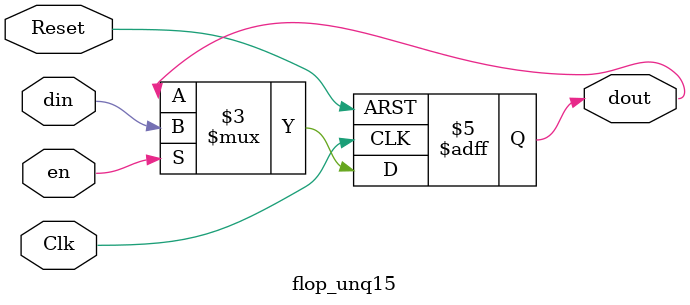
<source format=sv>

/* *****************************************************************************
 * File: flop.vp
 * 
 * Description:
 * Genesis2 flip-flop generator.
 * 
 * Required Genesis2 Controlable Parameters:
 * * Type		- Constant, Flop, RFlop, EFlop, or REFlop
 * * Width		- integer value specifying register width
 * * Default		- default value for the flop 
 *			 (only applies when flop_type=constant|rflop|reflop)
 * * SyncMode		- Sync or ASync flop * Change bar:
 * 
 * 
 * -----------
 * Date          Author   Description
 * Mar 30, 2010  shacham  init version  --  
 * May 20, 2014  jingpu   Add Async mode, change to active low reset
 * 
 * ****************************************************************************/


/*******************************************************************************
 * REQUIRED PARAMETERIZATION
 ******************************************************************************/
// Type (_GENESIS2_INHERITANCE_PRIORITY_) = REFlop
//
// Default (_GENESIS2_INHERITANCE_PRIORITY_) = 1
//
// Width (_GENESIS2_INHERITANCE_PRIORITY_) = 1
//
// SyncMode (_GENESIS2_DECLARATION_PRIORITY_) = ASync
//

module flop_unq15(
	       //inputs
	       input wire logic 		   Clk,
	       input wire logic [0:0]  din,
	       input wire logic 		   Reset,
	       input wire logic 		   en,

	       //outputs
	       output logic [0:0] dout
	       );


   /* synopsys dc_tcl_script_begin
    set_dont_retime [current_design] true
    set_optimize_registers false -design [current_design]
    */
   


   
   always_ff @(posedge Clk or negedge Reset) begin
      if (!Reset) 
	dout <= 1'h1;
      else if (en)
	dout <= din;
   end

endmodule : flop_unq15

</source>
